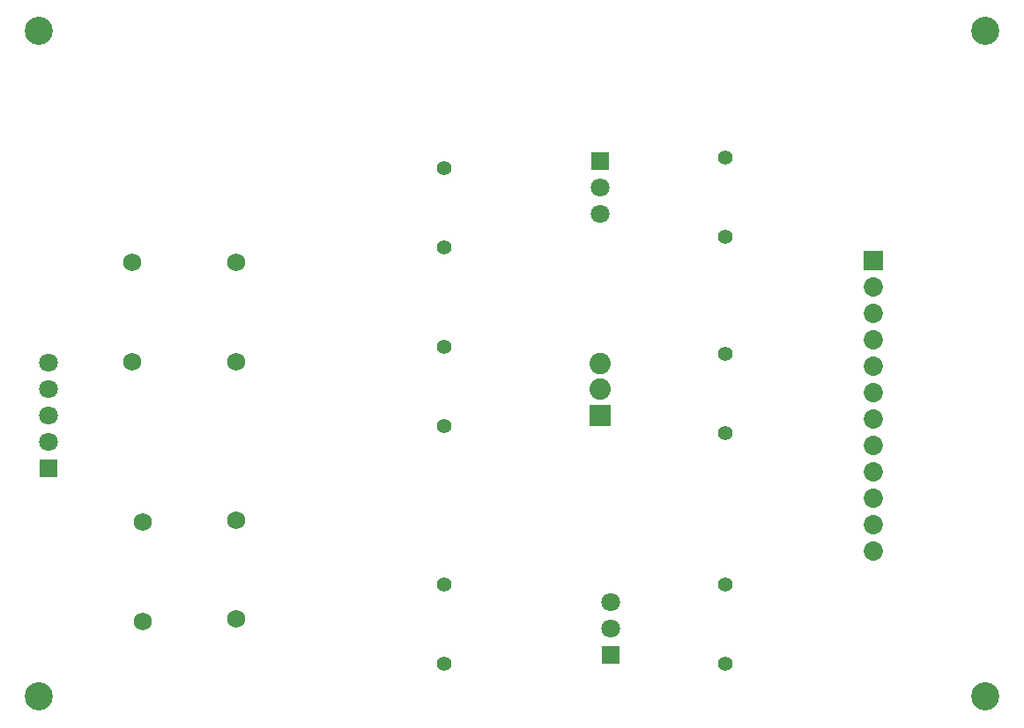
<source format=gbs>
G04*
G04 #@! TF.GenerationSoftware,Altium Limited,Altium Designer,23.0.1 (38)*
G04*
G04 Layer_Color=16711935*
%FSLAX44Y44*%
%MOMM*%
G71*
G04*
G04 #@! TF.SameCoordinates,F02949BF-B442-4A25-BC58-536D77071835*
G04*
G04*
G04 #@! TF.FilePolarity,Negative*
G04*
G01*
G75*
%ADD14C,1.8032*%
%ADD15R,1.8032X1.8032*%
%ADD16C,1.4032*%
%ADD17C,2.0500*%
%ADD18R,2.0500X2.0500*%
%ADD19C,1.8532*%
%ADD20R,1.8532X1.8532*%
%ADD21C,1.7532*%
%ADD22R,1.8032X1.8032*%
%ADD23R,1.8032X1.8032*%
%ADD24C,1.8032*%
%ADD25C,2.7032*%
D14*
X570000Y494600D02*
D03*
Y520000D02*
D03*
X40000Y300000D02*
D03*
Y274600D02*
D03*
Y325400D02*
D03*
Y350800D02*
D03*
D15*
X570000Y545400D02*
D03*
D16*
X690000Y471900D02*
D03*
Y548100D02*
D03*
X420000Y538100D02*
D03*
Y461900D02*
D03*
X690000Y360000D02*
D03*
Y283800D02*
D03*
X420000Y290000D02*
D03*
Y366200D02*
D03*
X690000Y138100D02*
D03*
Y61900D02*
D03*
X420000Y138100D02*
D03*
Y61900D02*
D03*
D17*
X570000Y350700D02*
D03*
Y325350D02*
D03*
D18*
Y300000D02*
D03*
D19*
X832300Y322700D02*
D03*
Y348100D02*
D03*
Y373500D02*
D03*
Y424300D02*
D03*
Y398900D02*
D03*
Y297300D02*
D03*
Y271900D02*
D03*
Y246500D02*
D03*
Y221100D02*
D03*
Y195700D02*
D03*
Y170300D02*
D03*
D20*
Y449700D02*
D03*
D21*
X220000Y352300D02*
D03*
Y447700D02*
D03*
X120000D02*
D03*
Y352300D02*
D03*
X220000Y200000D02*
D03*
Y104600D02*
D03*
X130000Y102300D02*
D03*
Y197700D02*
D03*
D22*
X40000Y249200D02*
D03*
D23*
X580000Y70000D02*
D03*
D24*
Y95400D02*
D03*
Y120800D02*
D03*
D25*
X30000Y670000D02*
D03*
Y30000D02*
D03*
X940000D02*
D03*
Y670000D02*
D03*
M02*

</source>
